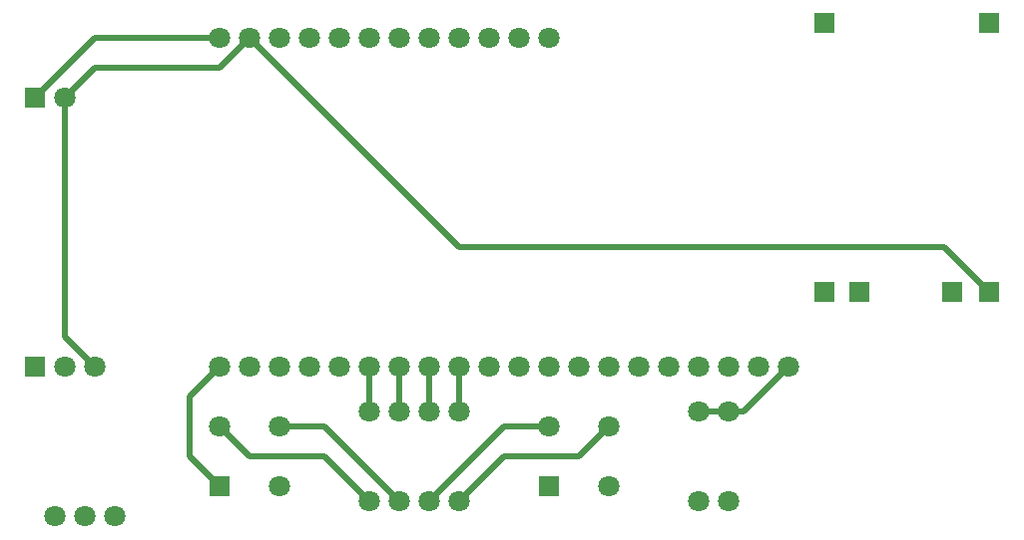
<source format=gtl>
%TF.GenerationSoftware,KiCad,Pcbnew,9.0.0*%
%TF.CreationDate,2025-03-19T00:35:47-07:00*%
%TF.ProjectId,tag,7461672e-6b69-4636-9164-5f7063625858,v0.3*%
%TF.SameCoordinates,Original*%
%TF.FileFunction,Copper,L1,Top*%
%TF.FilePolarity,Positive*%
%FSLAX46Y46*%
G04 Gerber Fmt 4.6, Leading zero omitted, Abs format (unit mm)*
G04 Created by KiCad (PCBNEW 9.0.0) date 2025-03-19 00:35:47*
%MOMM*%
%LPD*%
G01*
G04 APERTURE LIST*
%TA.AperFunction,ComponentPad*%
%ADD10C,1.800000*%
%TD*%
%TA.AperFunction,ComponentPad*%
%ADD11R,1.800000X1.800000*%
%TD*%
%TA.AperFunction,Conductor*%
%ADD12C,0.500000*%
%TD*%
%TA.AperFunction,Conductor*%
%ADD13C,0.300000*%
%TD*%
G04 APERTURE END LIST*
D10*
%TO.P,ESP32_UWB1,1,3V3*%
%TO.N,Net-(ESP32_UWB1-3V3)*%
X119380000Y-113030000D03*
%TO.P,ESP32_UWB1,2,GND*%
%TO.N,unconnected-(ESP32_UWB1-GND-Pad2)*%
X121920000Y-113030000D03*
%TO.P,ESP32_UWB1,3,RST*%
%TO.N,unconnected-(ESP32_UWB1-RST-Pad3)*%
X124460000Y-113030000D03*
%TO.P,ESP32_UWB1,4,GND*%
%TO.N,unconnected-(ESP32_UWB1-GND-Pad4)*%
X127000000Y-113030000D03*
%TO.P,ESP32_UWB1,5,IO2*%
%TO.N,unconnected-(ESP32_UWB1-IO2-Pad5)*%
X129540000Y-113030000D03*
%TO.P,ESP32_UWB1,6,IO12*%
%TO.N,Net-(ESP32_UWB1-IO12)*%
X132080000Y-113030000D03*
%TO.P,ESP32_UWB1,7,IO13*%
%TO.N,Net-(ESP32_UWB1-IO13)*%
X134620000Y-113030000D03*
%TO.P,ESP32_UWB1,8,IO14*%
%TO.N,Net-(ESP32_UWB1-IO14)*%
X137160000Y-113030000D03*
%TO.P,ESP32_UWB1,9,IO15*%
%TO.N,Net-(ESP32_UWB1-IO15)*%
X139700000Y-113030000D03*
%TO.P,ESP32_UWB1,10,IO18*%
%TO.N,unconnected-(ESP32_UWB1-IO18-Pad10)*%
X142240000Y-113030000D03*
%TO.P,ESP32_UWB1,11,IO19*%
%TO.N,unconnected-(ESP32_UWB1-IO19-Pad11)*%
X144780000Y-113030000D03*
%TO.P,ESP32_UWB1,12,IO25*%
%TO.N,unconnected-(ESP32_UWB1-IO25-Pad12)*%
X147320000Y-113030000D03*
%TO.P,ESP32_UWB1,13,IO26*%
%TO.N,unconnected-(ESP32_UWB1-IO26-Pad13)*%
X149860000Y-113030000D03*
%TO.P,ESP32_UWB1,14,IO27*%
%TO.N,unconnected-(ESP32_UWB1-IO27-Pad14)*%
X152400000Y-113030000D03*
%TO.P,ESP32_UWB1,15,IO32*%
%TO.N,unconnected-(ESP32_UWB1-IO32-Pad15)*%
X154940000Y-113030000D03*
%TO.P,ESP32_UWB1,16,IO33*%
%TO.N,unconnected-(ESP32_UWB1-IO33-Pad16)*%
X157480000Y-113030000D03*
%TO.P,ESP32_UWB1,17,IO34*%
%TO.N,unconnected-(ESP32_UWB1-IO34-Pad17)*%
X160020000Y-113030000D03*
%TO.P,ESP32_UWB1,18,IO35*%
%TO.N,unconnected-(ESP32_UWB1-IO35-Pad18)*%
X162560000Y-113030000D03*
%TO.P,ESP32_UWB1,19,IO36*%
%TO.N,unconnected-(ESP32_UWB1-IO36-Pad19)*%
X165100000Y-113030000D03*
%TO.P,ESP32_UWB1,20,IO39*%
%TO.N,Net-(ESP32_UWB1-IO39)*%
X167640000Y-113030000D03*
%TO.P,ESP32_UWB1,21,5V0*%
%TO.N,Net-(ESP32_UWB1-5V0)*%
X119380000Y-85090000D03*
%TO.P,ESP32_UWB1,22,GND*%
%TO.N,Net-(Battery_Charger1-OUT-)*%
X121920000Y-85090000D03*
%TO.P,ESP32_UWB1,23,IO3*%
%TO.N,unconnected-(ESP32_UWB1-IO3-Pad23)*%
X124460000Y-85090000D03*
%TO.P,ESP32_UWB1,24,IO1*%
%TO.N,unconnected-(ESP32_UWB1-IO1-Pad24)*%
X127000000Y-85090000D03*
%TO.P,ESP32_UWB1,25,IO0*%
%TO.N,unconnected-(ESP32_UWB1-IO0-Pad25)*%
X129540000Y-85090000D03*
%TO.P,ESP32_UWB1,26,IO4*%
%TO.N,unconnected-(ESP32_UWB1-IO4-Pad26)*%
X132080000Y-85090000D03*
%TO.P,ESP32_UWB1,27,IO5*%
%TO.N,unconnected-(ESP32_UWB1-IO5-Pad27)*%
X134620000Y-85090000D03*
%TO.P,ESP32_UWB1,28,IO16*%
%TO.N,unconnected-(ESP32_UWB1-IO16-Pad28)*%
X137160000Y-85090000D03*
%TO.P,ESP32_UWB1,29,IO17*%
%TO.N,unconnected-(ESP32_UWB1-IO17-Pad29)*%
X139700000Y-85090000D03*
%TO.P,ESP32_UWB1,30,IO21*%
%TO.N,unconnected-(ESP32_UWB1-IO21-Pad30)*%
X142240000Y-85090000D03*
%TO.P,ESP32_UWB1,31,IO22*%
%TO.N,unconnected-(ESP32_UWB1-IO22-Pad31)*%
X144780000Y-85090000D03*
%TO.P,ESP32_UWB1,32,IO23*%
%TO.N,unconnected-(ESP32_UWB1-IO23-Pad32)*%
X147320000Y-85090000D03*
%TD*%
D11*
%TO.P,5V_DC_DC_Converter1,1,+*%
%TO.N,Net-(5V_DC_DC_Converter1-+-Pad1)*%
X103710000Y-113030000D03*
D10*
%TO.P,5V_DC_DC_Converter1,2,CTL*%
%TO.N,unconnected-(5V_DC_DC_Converter1-CTL-Pad2)*%
X106250000Y-113030000D03*
%TO.P,5V_DC_DC_Converter1,3,-*%
%TO.N,Net-(Battery_Charger1-OUT-)*%
X108790000Y-113030000D03*
D11*
%TO.P,5V_DC_DC_Converter1,4,+*%
%TO.N,Net-(ESP32_UWB1-5V0)*%
X103710000Y-90170000D03*
D10*
%TO.P,5V_DC_DC_Converter1,5,-*%
%TO.N,Net-(Battery_Charger1-OUT-)*%
X106250000Y-90170000D03*
%TD*%
%TO.P,R1,1*%
%TO.N,Net-(RGB_LED_SQAURE1-R)*%
X132080000Y-124460000D03*
%TO.P,R1,2*%
%TO.N,Net-(ESP32_UWB1-IO12)*%
X132080000Y-116840000D03*
%TD*%
D11*
%TO.P,RGB_LED_SQAURE1,1,VCC*%
%TO.N,Net-(ESP32_UWB1-3V3)*%
X119380000Y-123190000D03*
D10*
%TO.P,RGB_LED_SQAURE1,2,R*%
%TO.N,Net-(RGB_LED_SQAURE1-R)*%
X119380000Y-118110000D03*
%TO.P,RGB_LED_SQAURE1,3,G*%
%TO.N,Net-(RGB_LED_SQAURE1-G)*%
X124460000Y-118110000D03*
%TO.P,RGB_LED_SQAURE1,4,B*%
%TO.N,unconnected-(RGB_LED_SQAURE1-B-Pad4)*%
X124460000Y-123190000D03*
%TD*%
D11*
%TO.P,RGB_LED_SQAURE2,1,VCC*%
%TO.N,Net-(ESP32_UWB1-3V3)*%
X147320000Y-123190000D03*
D10*
%TO.P,RGB_LED_SQAURE2,2,R*%
%TO.N,Net-(RGB_LED_SQAURE2-R)*%
X147320000Y-118110000D03*
%TO.P,RGB_LED_SQAURE2,3,G*%
%TO.N,Net-(RGB_LED_SQAURE2-G)*%
X152400000Y-118110000D03*
%TO.P,RGB_LED_SQAURE2,4,B*%
%TO.N,unconnected-(RGB_LED_SQAURE2-B-Pad4)*%
X152400000Y-123190000D03*
%TD*%
%TO.P,R2,1*%
%TO.N,Net-(RGB_LED_SQAURE1-G)*%
X134620000Y-124460000D03*
%TO.P,R2,2*%
%TO.N,Net-(ESP32_UWB1-IO13)*%
X134620000Y-116840000D03*
%TD*%
%TO.P,R4,1*%
%TO.N,Net-(RGB_LED_SQAURE2-G)*%
X139700000Y-124460000D03*
%TO.P,R4,2*%
%TO.N,Net-(ESP32_UWB1-IO15)*%
X139700000Y-116840000D03*
%TD*%
%TO.P,R3,1*%
%TO.N,Net-(RGB_LED_SQAURE2-R)*%
X137160000Y-124460000D03*
%TO.P,R3,2*%
%TO.N,Net-(ESP32_UWB1-IO14)*%
X137160000Y-116840000D03*
%TD*%
%TO.P,R6,1*%
%TO.N,Net-(Battery_Charger1-OUT-)*%
X162560000Y-124460000D03*
%TO.P,R6,2*%
%TO.N,Net-(ESP32_UWB1-IO39)*%
X162560000Y-116840000D03*
%TD*%
%TO.P,ON_OFF_SWITCH1,1*%
%TO.N,unconnected-(ON_OFF_SWITCH1-Pad1)*%
X105410000Y-125730000D03*
%TO.P,ON_OFF_SWITCH1,2*%
%TO.N,Net-(5V_DC_DC_Converter1-+-Pad1)*%
X107950000Y-125730000D03*
%TO.P,ON_OFF_SWITCH1,3*%
%TO.N,Net-(Battery_Charger1-OUT+)*%
X110490000Y-125730000D03*
%TD*%
%TO.P,R5,1*%
%TO.N,Net-(5V_DC_DC_Converter1-+-Pad1)*%
X160020000Y-124460000D03*
%TO.P,R5,2*%
%TO.N,Net-(ESP32_UWB1-IO39)*%
X160020000Y-116840000D03*
%TD*%
D11*
%TO.P,Battery_Charger1,1,+*%
%TO.N,unconnected-(Battery_Charger1-+-Pad1)*%
X170715000Y-83820000D03*
%TO.P,Battery_Charger1,2,-*%
%TO.N,unconnected-(Battery_Charger1---Pad2)*%
X184685000Y-83820000D03*
%TO.P,Battery_Charger1,3,OUT+*%
%TO.N,Net-(Battery_Charger1-OUT+)*%
X170715000Y-106680000D03*
%TO.P,Battery_Charger1,4,B+*%
%TO.N,unconnected-(Battery_Charger1-B+-Pad4)*%
X173615000Y-106680000D03*
%TO.P,Battery_Charger1,5,B-*%
%TO.N,unconnected-(Battery_Charger1-B--Pad5)*%
X181485000Y-106680000D03*
%TO.P,Battery_Charger1,6,OUT-*%
%TO.N,Net-(Battery_Charger1-OUT-)*%
X184685000Y-106680000D03*
%TD*%
D12*
%TO.N,Net-(ESP32_UWB1-5V0)*%
X108790000Y-85090000D02*
X119380000Y-85090000D01*
X103710000Y-90170000D02*
X108790000Y-85090000D01*
%TO.N,Net-(ESP32_UWB1-3V3)*%
X116840000Y-120650000D02*
X116840000Y-115570000D01*
X116840000Y-115570000D02*
X119380000Y-113030000D01*
X119380000Y-123190000D02*
X116840000Y-120650000D01*
%TO.N,Net-(ESP32_UWB1-IO39)*%
X162560000Y-116840000D02*
X163830000Y-116840000D01*
X160020000Y-116840000D02*
X162560000Y-116840000D01*
X163830000Y-116840000D02*
X167640000Y-113030000D01*
%TO.N,Net-(ESP32_UWB1-IO12)*%
X132080000Y-116840000D02*
X132080000Y-113030000D01*
D13*
%TO.N,Net-(ESP32_UWB1-IO14)*%
X136550000Y-113030000D02*
X137060000Y-113030000D01*
D12*
X137160000Y-116840000D02*
X137160000Y-113030000D01*
%TO.N,Net-(ESP32_UWB1-IO13)*%
X134620000Y-113030000D02*
X134620000Y-116840000D01*
D13*
%TO.N,Net-(Battery_Charger1-OUT-)*%
X184150000Y-106682792D02*
X184150000Y-106680000D01*
D12*
X108790000Y-87630000D02*
X119380000Y-87630000D01*
X106250000Y-110490000D02*
X108790000Y-113030000D01*
X139700000Y-102870000D02*
X180875000Y-102870000D01*
X119380000Y-87630000D02*
X121920000Y-85090000D01*
X106250000Y-90170000D02*
X106250000Y-110490000D01*
X139700000Y-102870000D02*
X121920000Y-85090000D01*
X180875000Y-102870000D02*
X184685000Y-106680000D01*
X106250000Y-90170000D02*
X108790000Y-87630000D01*
%TO.N,Net-(ESP32_UWB1-IO15)*%
X139700000Y-113030000D02*
X139700000Y-116840000D01*
%TO.N,Net-(RGB_LED_SQAURE1-R)*%
X121920000Y-120650000D02*
X119380000Y-118110000D01*
X132080000Y-124460000D02*
X128270000Y-120650000D01*
X128270000Y-120650000D02*
X121920000Y-120650000D01*
%TO.N,Net-(RGB_LED_SQAURE1-G)*%
X128270000Y-118110000D02*
X124460000Y-118110000D01*
X134620000Y-124460000D02*
X128270000Y-118110000D01*
%TO.N,Net-(RGB_LED_SQAURE2-R)*%
X137160000Y-124460000D02*
X143510000Y-118110000D01*
X143510000Y-118110000D02*
X147320000Y-118110000D01*
%TO.N,Net-(RGB_LED_SQAURE2-G)*%
X143510000Y-120650000D02*
X149860000Y-120650000D01*
X149860000Y-120650000D02*
X152400000Y-118110000D01*
X139700000Y-124460000D02*
X143510000Y-120650000D01*
%TD*%
M02*

</source>
